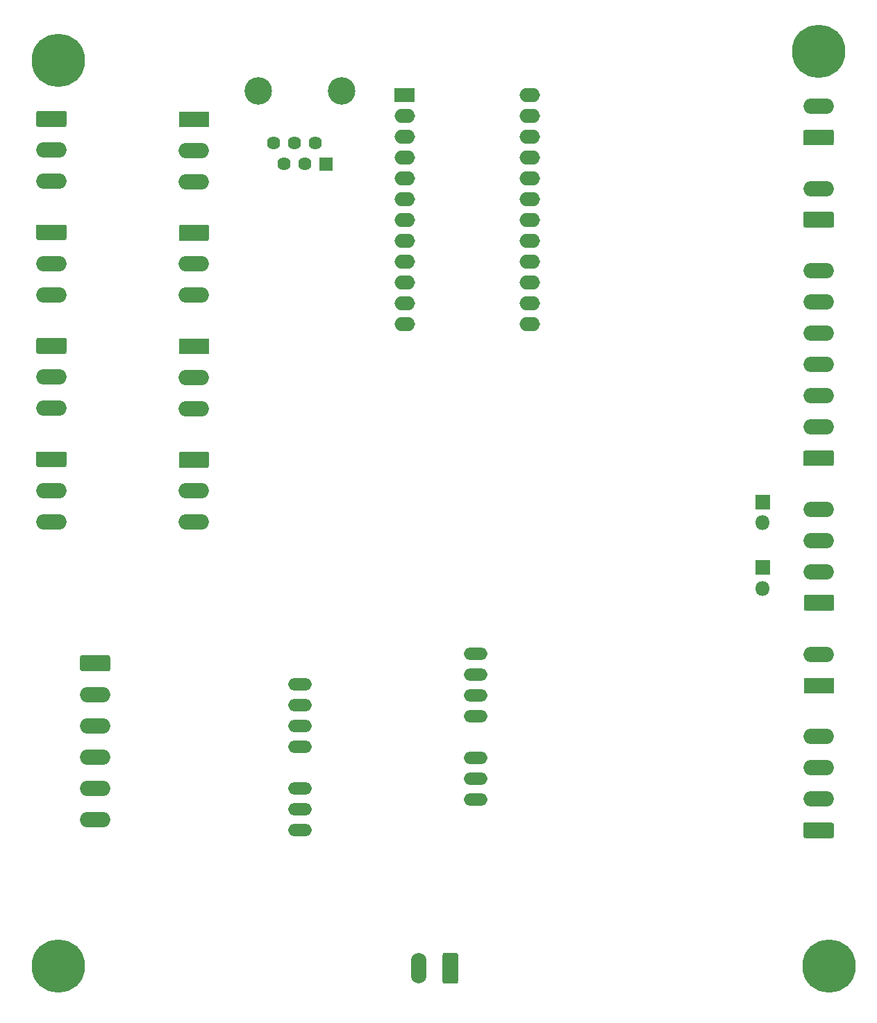
<source format=gbr>
G04 #@! TF.GenerationSoftware,KiCad,Pcbnew,(5.1.9)-1*
G04 #@! TF.CreationDate,2021-05-11T09:04:57+02:00*
G04 #@! TF.ProjectId,SIOMv01,53494f4d-7630-4312-9e6b-696361645f70,rev?*
G04 #@! TF.SameCoordinates,Original*
G04 #@! TF.FileFunction,Soldermask,Bot*
G04 #@! TF.FilePolarity,Negative*
%FSLAX46Y46*%
G04 Gerber Fmt 4.6, Leading zero omitted, Abs format (unit mm)*
G04 Created by KiCad (PCBNEW (5.1.9)-1) date 2021-05-11 09:04:57*
%MOMM*%
%LPD*%
G01*
G04 APERTURE LIST*
%ADD10O,2.502000X1.702000*%
%ADD11O,3.702000X1.902000*%
%ADD12O,1.902000X3.702000*%
%ADD13O,2.896000X1.499000*%
%ADD14O,1.802000X1.802000*%
%ADD15C,3.352000*%
%ADD16C,1.622000*%
%ADD17C,0.902000*%
%ADD18C,6.502000*%
%ADD19C,0.100000*%
G04 APERTURE END LIST*
D10*
X80276000Y-68959000D03*
X65036000Y-96899000D03*
X80276000Y-71499000D03*
X65036000Y-94359000D03*
X80276000Y-74039000D03*
X65036000Y-91819000D03*
X80276000Y-76579000D03*
X65036000Y-89279000D03*
X80276000Y-79119000D03*
X65036000Y-86739000D03*
X80276000Y-81659000D03*
X65036000Y-84199000D03*
X80276000Y-84199000D03*
X65036000Y-81659000D03*
X80276000Y-86739000D03*
X65036000Y-79119000D03*
X80276000Y-89279000D03*
X65036000Y-76579000D03*
X80276000Y-91819000D03*
X65036000Y-74039000D03*
X80276000Y-94359000D03*
X65036000Y-71499000D03*
X80276000Y-96899000D03*
G36*
G01*
X63785000Y-69759000D02*
X63785000Y-68159000D01*
G75*
G02*
X63836000Y-68108000I51000J0D01*
G01*
X66236000Y-68108000D01*
G75*
G02*
X66287000Y-68159000I0J-51000D01*
G01*
X66287000Y-69759000D01*
G75*
G02*
X66236000Y-69810000I-51000J0D01*
G01*
X63836000Y-69810000D01*
G75*
G02*
X63785000Y-69759000I0J51000D01*
G01*
G37*
D11*
X115570000Y-137223500D03*
G36*
G01*
X117156834Y-141984500D02*
X113983166Y-141984500D01*
G75*
G02*
X113719000Y-141720334I0J264166D01*
G01*
X113719000Y-140346666D01*
G75*
G02*
X113983166Y-140082500I264166J0D01*
G01*
X117156834Y-140082500D01*
G75*
G02*
X117421000Y-140346666I0J-264166D01*
G01*
X117421000Y-141720334D01*
G75*
G02*
X117156834Y-141984500I-264166J0D01*
G01*
G37*
X115506500Y-147256500D03*
X115506500Y-151066500D03*
X115506500Y-154876500D03*
G36*
G01*
X117093334Y-159637500D02*
X113919666Y-159637500D01*
G75*
G02*
X113655500Y-159373334I0J264166D01*
G01*
X113655500Y-157999666D01*
G75*
G02*
X113919666Y-157735500I264166J0D01*
G01*
X117093334Y-157735500D01*
G75*
G02*
X117357500Y-157999666I0J-264166D01*
G01*
X117357500Y-159373334D01*
G75*
G02*
X117093334Y-159637500I-264166J0D01*
G01*
G37*
X39370000Y-93408500D03*
X39370000Y-89598500D03*
G36*
G01*
X37783166Y-84837500D02*
X40956834Y-84837500D01*
G75*
G02*
X41221000Y-85101666I0J-264166D01*
G01*
X41221000Y-86475334D01*
G75*
G02*
X40956834Y-86739500I-264166J0D01*
G01*
X37783166Y-86739500D01*
G75*
G02*
X37519000Y-86475334I0J264166D01*
G01*
X37519000Y-85101666D01*
G75*
G02*
X37783166Y-84837500I264166J0D01*
G01*
G37*
X21958300Y-79514700D03*
X21958300Y-75704700D03*
G36*
G01*
X20371466Y-70943700D02*
X23545134Y-70943700D01*
G75*
G02*
X23809300Y-71207866I0J-264166D01*
G01*
X23809300Y-72581534D01*
G75*
G02*
X23545134Y-72845700I-264166J0D01*
G01*
X20371466Y-72845700D01*
G75*
G02*
X20107300Y-72581534I0J264166D01*
G01*
X20107300Y-71207866D01*
G75*
G02*
X20371466Y-70943700I264166J0D01*
G01*
G37*
D12*
X66802000Y-175514000D03*
G36*
G01*
X71563000Y-173927166D02*
X71563000Y-177100834D01*
G75*
G02*
X71298834Y-177365000I-264166J0D01*
G01*
X69925166Y-177365000D01*
G75*
G02*
X69661000Y-177100834I0J264166D01*
G01*
X69661000Y-173927166D01*
G75*
G02*
X69925166Y-173663000I264166J0D01*
G01*
X71298834Y-173663000D01*
G75*
G02*
X71563000Y-173927166I0J-264166D01*
G01*
G37*
D11*
X115506500Y-90424000D03*
X115506500Y-94234000D03*
X115506500Y-98044000D03*
X115506500Y-101854000D03*
X115506500Y-105664000D03*
X115506500Y-109474000D03*
G36*
G01*
X117093334Y-114235000D02*
X113919666Y-114235000D01*
G75*
G02*
X113655500Y-113970834I0J264166D01*
G01*
X113655500Y-112597166D01*
G75*
G02*
X113919666Y-112333000I264166J0D01*
G01*
X117093334Y-112333000D01*
G75*
G02*
X117357500Y-112597166I0J-264166D01*
G01*
X117357500Y-113970834D01*
G75*
G02*
X117093334Y-114235000I-264166J0D01*
G01*
G37*
X115570000Y-119507000D03*
X115570000Y-123317000D03*
X115570000Y-127127000D03*
G36*
G01*
X117156834Y-131888000D02*
X113983166Y-131888000D01*
G75*
G02*
X113719000Y-131623834I0J264166D01*
G01*
X113719000Y-130250166D01*
G75*
G02*
X113983166Y-129986000I264166J0D01*
G01*
X117156834Y-129986000D01*
G75*
G02*
X117421000Y-130250166I0J-264166D01*
G01*
X117421000Y-131623834D01*
G75*
G02*
X117156834Y-131888000I-264166J0D01*
G01*
G37*
X115506500Y-80391000D03*
G36*
G01*
X117093334Y-85152000D02*
X113919666Y-85152000D01*
G75*
G02*
X113655500Y-84887834I0J264166D01*
G01*
X113655500Y-83514166D01*
G75*
G02*
X113919666Y-83250000I264166J0D01*
G01*
X117093334Y-83250000D01*
G75*
G02*
X117357500Y-83514166I0J-264166D01*
G01*
X117357500Y-84887834D01*
G75*
G02*
X117093334Y-85152000I-264166J0D01*
G01*
G37*
X115506500Y-70358000D03*
G36*
G01*
X117093334Y-75119000D02*
X113919666Y-75119000D01*
G75*
G02*
X113655500Y-74854834I0J264166D01*
G01*
X113655500Y-73481166D01*
G75*
G02*
X113919666Y-73217000I264166J0D01*
G01*
X117093334Y-73217000D01*
G75*
G02*
X117357500Y-73481166I0J-264166D01*
G01*
X117357500Y-74854834D01*
G75*
G02*
X117093334Y-75119000I-264166J0D01*
G01*
G37*
X27305000Y-157353000D03*
X27305000Y-153543000D03*
X27305000Y-149733000D03*
X27305000Y-145923000D03*
X27305000Y-142113000D03*
G36*
G01*
X25718166Y-137352000D02*
X28891834Y-137352000D01*
G75*
G02*
X29156000Y-137616166I0J-264166D01*
G01*
X29156000Y-138989834D01*
G75*
G02*
X28891834Y-139254000I-264166J0D01*
G01*
X25718166Y-139254000D01*
G75*
G02*
X25454000Y-138989834I0J264166D01*
G01*
X25454000Y-137616166D01*
G75*
G02*
X25718166Y-137352000I264166J0D01*
G01*
G37*
X21958300Y-93357700D03*
X21958300Y-89547700D03*
G36*
G01*
X20371466Y-84786700D02*
X23545134Y-84786700D01*
G75*
G02*
X23809300Y-85050866I0J-264166D01*
G01*
X23809300Y-86424534D01*
G75*
G02*
X23545134Y-86688700I-264166J0D01*
G01*
X20371466Y-86688700D01*
G75*
G02*
X20107300Y-86424534I0J264166D01*
G01*
X20107300Y-85050866D01*
G75*
G02*
X20371466Y-84786700I264166J0D01*
G01*
G37*
X21958300Y-107200700D03*
X21958300Y-103390700D03*
G36*
G01*
X20371466Y-98629700D02*
X23545134Y-98629700D01*
G75*
G02*
X23809300Y-98893866I0J-264166D01*
G01*
X23809300Y-100267534D01*
G75*
G02*
X23545134Y-100531700I-264166J0D01*
G01*
X20371466Y-100531700D01*
G75*
G02*
X20107300Y-100267534I0J264166D01*
G01*
X20107300Y-98893866D01*
G75*
G02*
X20371466Y-98629700I264166J0D01*
G01*
G37*
X21958300Y-121043700D03*
X21958300Y-117233700D03*
G36*
G01*
X20371466Y-112472700D02*
X23545134Y-112472700D01*
G75*
G02*
X23809300Y-112736866I0J-264166D01*
G01*
X23809300Y-114110534D01*
G75*
G02*
X23545134Y-114374700I-264166J0D01*
G01*
X20371466Y-114374700D01*
G75*
G02*
X20107300Y-114110534I0J264166D01*
G01*
X20107300Y-112736866D01*
G75*
G02*
X20371466Y-112472700I264166J0D01*
G01*
G37*
X39370000Y-79565500D03*
X39370000Y-75755500D03*
G36*
G01*
X37783166Y-70994500D02*
X40956834Y-70994500D01*
G75*
G02*
X41221000Y-71258666I0J-264166D01*
G01*
X41221000Y-72632334D01*
G75*
G02*
X40956834Y-72896500I-264166J0D01*
G01*
X37783166Y-72896500D01*
G75*
G02*
X37519000Y-72632334I0J264166D01*
G01*
X37519000Y-71258666D01*
G75*
G02*
X37783166Y-70994500I264166J0D01*
G01*
G37*
X39370000Y-107251500D03*
X39370000Y-103441500D03*
G36*
G01*
X37783166Y-98680500D02*
X40956834Y-98680500D01*
G75*
G02*
X41221000Y-98944666I0J-264166D01*
G01*
X41221000Y-100318334D01*
G75*
G02*
X40956834Y-100582500I-264166J0D01*
G01*
X37783166Y-100582500D01*
G75*
G02*
X37519000Y-100318334I0J264166D01*
G01*
X37519000Y-98944666D01*
G75*
G02*
X37783166Y-98680500I264166J0D01*
G01*
G37*
X39370000Y-121094500D03*
X39370000Y-117284500D03*
G36*
G01*
X37783166Y-112523500D02*
X40956834Y-112523500D01*
G75*
G02*
X41221000Y-112787666I0J-264166D01*
G01*
X41221000Y-114161334D01*
G75*
G02*
X40956834Y-114425500I-264166J0D01*
G01*
X37783166Y-114425500D01*
G75*
G02*
X37519000Y-114161334I0J264166D01*
G01*
X37519000Y-112787666D01*
G75*
G02*
X37783166Y-112523500I264166J0D01*
G01*
G37*
D13*
X73723500Y-137160000D03*
X73723500Y-139700000D03*
X73723500Y-142240000D03*
X73723500Y-144780000D03*
X73723500Y-154940000D03*
X73723500Y-152400000D03*
X73723500Y-149860000D03*
X52260500Y-140906500D03*
X52260500Y-143446500D03*
X52260500Y-145986500D03*
X52260500Y-148526500D03*
X52260500Y-158686500D03*
X52260500Y-156146500D03*
X52260500Y-153606500D03*
D14*
X108712000Y-121158000D03*
G36*
G01*
X107811000Y-119468000D02*
X107811000Y-117768000D01*
G75*
G02*
X107862000Y-117717000I51000J0D01*
G01*
X109562000Y-117717000D01*
G75*
G02*
X109613000Y-117768000I0J-51000D01*
G01*
X109613000Y-119468000D01*
G75*
G02*
X109562000Y-119519000I-51000J0D01*
G01*
X107862000Y-119519000D01*
G75*
G02*
X107811000Y-119468000I0J51000D01*
G01*
G37*
X108712000Y-129159000D03*
G36*
G01*
X107811000Y-127469000D02*
X107811000Y-125769000D01*
G75*
G02*
X107862000Y-125718000I51000J0D01*
G01*
X109562000Y-125718000D01*
G75*
G02*
X109613000Y-125769000I0J-51000D01*
G01*
X109613000Y-127469000D01*
G75*
G02*
X109562000Y-127520000I-51000J0D01*
G01*
X107862000Y-127520000D01*
G75*
G02*
X107811000Y-127469000I0J51000D01*
G01*
G37*
G36*
G01*
X56246500Y-76646499D02*
X56246500Y-78166501D01*
G75*
G02*
X56195501Y-78217500I-50999J0D01*
G01*
X54675499Y-78217500D01*
G75*
G02*
X54624500Y-78166501I0J50999D01*
G01*
X54624500Y-76646499D01*
G75*
G02*
X54675499Y-76595500I50999J0D01*
G01*
X56195501Y-76595500D01*
G75*
G02*
X56246500Y-76646499I0J-50999D01*
G01*
G37*
D15*
X57345500Y-68516500D03*
D16*
X54165500Y-74866500D03*
X52895500Y-77406500D03*
X51625500Y-74866500D03*
X50355500Y-77406500D03*
X49085500Y-74866500D03*
D15*
X47185500Y-68516500D03*
D17*
X117203556Y-61929944D03*
X115506500Y-61227000D03*
X113809444Y-61929944D03*
X113106500Y-63627000D03*
X113809444Y-65324056D03*
X115506500Y-66027000D03*
X117203556Y-65324056D03*
X117906500Y-63627000D03*
D18*
X115506500Y-63627000D03*
D17*
X118537056Y-173562944D03*
X116840000Y-172860000D03*
X115142944Y-173562944D03*
X114440000Y-175260000D03*
X115142944Y-176957056D03*
X116840000Y-177660000D03*
X118537056Y-176957056D03*
X119240000Y-175260000D03*
D18*
X116840000Y-175260000D03*
D17*
X24557056Y-63072944D03*
X22860000Y-62370000D03*
X21162944Y-63072944D03*
X20460000Y-64770000D03*
X21162944Y-66467056D03*
X22860000Y-67170000D03*
X24557056Y-66467056D03*
X25260000Y-64770000D03*
D18*
X22860000Y-64770000D03*
D17*
X24557056Y-173562944D03*
X22860000Y-172860000D03*
X21162944Y-173562944D03*
X20460000Y-175260000D03*
X21162944Y-176957056D03*
X22860000Y-177660000D03*
X24557056Y-176957056D03*
X25260000Y-175260000D03*
D18*
X22860000Y-175260000D03*
D19*
G36*
X71564165Y-177099208D02*
G01*
X71565000Y-177100834D01*
X71565000Y-177184971D01*
X71564990Y-177185167D01*
X71561056Y-177225111D01*
X71560980Y-177225496D01*
X71551119Y-177258005D01*
X71550969Y-177258367D01*
X71534955Y-177288325D01*
X71534737Y-177288651D01*
X71513187Y-177314910D01*
X71512910Y-177315187D01*
X71486651Y-177336737D01*
X71486325Y-177336955D01*
X71456367Y-177352969D01*
X71456005Y-177353119D01*
X71423496Y-177362980D01*
X71423111Y-177363056D01*
X71383167Y-177366990D01*
X71382971Y-177367000D01*
X71298834Y-177367000D01*
X71297102Y-177366000D01*
X71297102Y-177364000D01*
X71298638Y-177363010D01*
X71349975Y-177357954D01*
X71399157Y-177343035D01*
X71444481Y-177318809D01*
X71484207Y-177286207D01*
X71516809Y-177246481D01*
X71541035Y-177201157D01*
X71555954Y-177151975D01*
X71561010Y-177100638D01*
X71562175Y-177099012D01*
X71564165Y-177099208D01*
G37*
G36*
X69662990Y-177100638D02*
G01*
X69668046Y-177151975D01*
X69682965Y-177201157D01*
X69707191Y-177246481D01*
X69739793Y-177286207D01*
X69779519Y-177318809D01*
X69824843Y-177343035D01*
X69874025Y-177357954D01*
X69925362Y-177363010D01*
X69926988Y-177364175D01*
X69926792Y-177366165D01*
X69925166Y-177367000D01*
X69841029Y-177367000D01*
X69840833Y-177366990D01*
X69800889Y-177363056D01*
X69800504Y-177362980D01*
X69767995Y-177353119D01*
X69767633Y-177352969D01*
X69737675Y-177336955D01*
X69737349Y-177336737D01*
X69711090Y-177315187D01*
X69710813Y-177314910D01*
X69689263Y-177288651D01*
X69689045Y-177288325D01*
X69673031Y-177258367D01*
X69672881Y-177258005D01*
X69663020Y-177225496D01*
X69662944Y-177225111D01*
X69659010Y-177185167D01*
X69659000Y-177184971D01*
X69659000Y-177100834D01*
X69660000Y-177099102D01*
X69662000Y-177099102D01*
X69662990Y-177100638D01*
G37*
G36*
X69926898Y-173662000D02*
G01*
X69926898Y-173664000D01*
X69925362Y-173664990D01*
X69874025Y-173670046D01*
X69824843Y-173684965D01*
X69779519Y-173709191D01*
X69739793Y-173741793D01*
X69707191Y-173781519D01*
X69682965Y-173826843D01*
X69668046Y-173876025D01*
X69662990Y-173927362D01*
X69661825Y-173928988D01*
X69659835Y-173928792D01*
X69659000Y-173927166D01*
X69659000Y-173843029D01*
X69659010Y-173842833D01*
X69662944Y-173802889D01*
X69663020Y-173802504D01*
X69672881Y-173769995D01*
X69673031Y-173769633D01*
X69689045Y-173739675D01*
X69689263Y-173739349D01*
X69710813Y-173713090D01*
X69711090Y-173712813D01*
X69737349Y-173691263D01*
X69737675Y-173691045D01*
X69767633Y-173675031D01*
X69767995Y-173674881D01*
X69800504Y-173665020D01*
X69800889Y-173664944D01*
X69840833Y-173661010D01*
X69841029Y-173661000D01*
X69925166Y-173661000D01*
X69926898Y-173662000D01*
G37*
G36*
X71383167Y-173661010D02*
G01*
X71423111Y-173664944D01*
X71423496Y-173665020D01*
X71456005Y-173674881D01*
X71456367Y-173675031D01*
X71486325Y-173691045D01*
X71486651Y-173691263D01*
X71512910Y-173712813D01*
X71513187Y-173713090D01*
X71534737Y-173739349D01*
X71534955Y-173739675D01*
X71550969Y-173769633D01*
X71551119Y-173769995D01*
X71560980Y-173802504D01*
X71561056Y-173802889D01*
X71564990Y-173842833D01*
X71565000Y-173843029D01*
X71565000Y-173927166D01*
X71564000Y-173928898D01*
X71562000Y-173928898D01*
X71561010Y-173927362D01*
X71555954Y-173876025D01*
X71541035Y-173826843D01*
X71516809Y-173781519D01*
X71484207Y-173741793D01*
X71444481Y-173709191D01*
X71399157Y-173684965D01*
X71349975Y-173670046D01*
X71298638Y-173664990D01*
X71297012Y-173663825D01*
X71297208Y-173661835D01*
X71298834Y-173661000D01*
X71382971Y-173661000D01*
X71383167Y-173661010D01*
G37*
G36*
X113657490Y-159373138D02*
G01*
X113662546Y-159424475D01*
X113677465Y-159473657D01*
X113701691Y-159518981D01*
X113734293Y-159558707D01*
X113774019Y-159591309D01*
X113819343Y-159615535D01*
X113868525Y-159630454D01*
X113919862Y-159635510D01*
X113921488Y-159636675D01*
X113921292Y-159638665D01*
X113919666Y-159639500D01*
X113835529Y-159639500D01*
X113835333Y-159639490D01*
X113795389Y-159635556D01*
X113795004Y-159635480D01*
X113762495Y-159625619D01*
X113762133Y-159625469D01*
X113732175Y-159609455D01*
X113731849Y-159609237D01*
X113705590Y-159587687D01*
X113705313Y-159587410D01*
X113683763Y-159561151D01*
X113683545Y-159560825D01*
X113667531Y-159530867D01*
X113667381Y-159530505D01*
X113657520Y-159497996D01*
X113657444Y-159497611D01*
X113653510Y-159457667D01*
X113653500Y-159457471D01*
X113653500Y-159373334D01*
X113654500Y-159371602D01*
X113656500Y-159371602D01*
X113657490Y-159373138D01*
G37*
G36*
X117358665Y-159371708D02*
G01*
X117359500Y-159373334D01*
X117359500Y-159457471D01*
X117359490Y-159457667D01*
X117355556Y-159497611D01*
X117355480Y-159497996D01*
X117345619Y-159530505D01*
X117345469Y-159530867D01*
X117329455Y-159560825D01*
X117329237Y-159561151D01*
X117307687Y-159587410D01*
X117307410Y-159587687D01*
X117281151Y-159609237D01*
X117280825Y-159609455D01*
X117250867Y-159625469D01*
X117250505Y-159625619D01*
X117217996Y-159635480D01*
X117217611Y-159635556D01*
X117177667Y-159639490D01*
X117177471Y-159639500D01*
X117093334Y-159639500D01*
X117091602Y-159638500D01*
X117091602Y-159636500D01*
X117093138Y-159635510D01*
X117144475Y-159630454D01*
X117193657Y-159615535D01*
X117238981Y-159591309D01*
X117278707Y-159558707D01*
X117311309Y-159518981D01*
X117335535Y-159473657D01*
X117350454Y-159424475D01*
X117355510Y-159373138D01*
X117356675Y-159371512D01*
X117358665Y-159371708D01*
G37*
G36*
X113921398Y-157734500D02*
G01*
X113921398Y-157736500D01*
X113919862Y-157737490D01*
X113868525Y-157742546D01*
X113819343Y-157757465D01*
X113774019Y-157781691D01*
X113734293Y-157814293D01*
X113701691Y-157854019D01*
X113677465Y-157899343D01*
X113662546Y-157948525D01*
X113657490Y-157999862D01*
X113656325Y-158001488D01*
X113654335Y-158001292D01*
X113653500Y-157999666D01*
X113653500Y-157915529D01*
X113653510Y-157915333D01*
X113657444Y-157875389D01*
X113657520Y-157875004D01*
X113667381Y-157842495D01*
X113667531Y-157842133D01*
X113683545Y-157812175D01*
X113683763Y-157811849D01*
X113705313Y-157785590D01*
X113705590Y-157785313D01*
X113731849Y-157763763D01*
X113732175Y-157763545D01*
X113762133Y-157747531D01*
X113762495Y-157747381D01*
X113795004Y-157737520D01*
X113795389Y-157737444D01*
X113835333Y-157733510D01*
X113835529Y-157733500D01*
X113919666Y-157733500D01*
X113921398Y-157734500D01*
G37*
G36*
X117177667Y-157733510D02*
G01*
X117217611Y-157737444D01*
X117217996Y-157737520D01*
X117250505Y-157747381D01*
X117250867Y-157747531D01*
X117280825Y-157763545D01*
X117281151Y-157763763D01*
X117307410Y-157785313D01*
X117307687Y-157785590D01*
X117329237Y-157811849D01*
X117329455Y-157812175D01*
X117345469Y-157842133D01*
X117345619Y-157842495D01*
X117355480Y-157875004D01*
X117355556Y-157875389D01*
X117359490Y-157915333D01*
X117359500Y-157915529D01*
X117359500Y-157999666D01*
X117358500Y-158001398D01*
X117356500Y-158001398D01*
X117355510Y-157999862D01*
X117350454Y-157948525D01*
X117335535Y-157899343D01*
X117311309Y-157854019D01*
X117278707Y-157814293D01*
X117238981Y-157781691D01*
X117193657Y-157757465D01*
X117144475Y-157742546D01*
X117093138Y-157737490D01*
X117091512Y-157736325D01*
X117091708Y-157734335D01*
X117093334Y-157733500D01*
X117177471Y-157733500D01*
X117177667Y-157733510D01*
G37*
G36*
X117422165Y-141718708D02*
G01*
X117423000Y-141720334D01*
X117423000Y-141804471D01*
X117422990Y-141804667D01*
X117419056Y-141844611D01*
X117418980Y-141844996D01*
X117409119Y-141877505D01*
X117408969Y-141877867D01*
X117392955Y-141907825D01*
X117392737Y-141908151D01*
X117371187Y-141934410D01*
X117370910Y-141934687D01*
X117344651Y-141956237D01*
X117344325Y-141956455D01*
X117314367Y-141972469D01*
X117314005Y-141972619D01*
X117281496Y-141982480D01*
X117281111Y-141982556D01*
X117241167Y-141986490D01*
X117240971Y-141986500D01*
X117156834Y-141986500D01*
X117155102Y-141985500D01*
X117155102Y-141983500D01*
X117156638Y-141982510D01*
X117207975Y-141977454D01*
X117257157Y-141962535D01*
X117302481Y-141938309D01*
X117342207Y-141905707D01*
X117374809Y-141865981D01*
X117399035Y-141820657D01*
X117413954Y-141771475D01*
X117419010Y-141720138D01*
X117420175Y-141718512D01*
X117422165Y-141718708D01*
G37*
G36*
X113720990Y-141720138D02*
G01*
X113726046Y-141771475D01*
X113740965Y-141820657D01*
X113765191Y-141865981D01*
X113797793Y-141905707D01*
X113837519Y-141938309D01*
X113882843Y-141962535D01*
X113932025Y-141977454D01*
X113983362Y-141982510D01*
X113984988Y-141983675D01*
X113984792Y-141985665D01*
X113983166Y-141986500D01*
X113899029Y-141986500D01*
X113898833Y-141986490D01*
X113858889Y-141982556D01*
X113858504Y-141982480D01*
X113825995Y-141972619D01*
X113825633Y-141972469D01*
X113795675Y-141956455D01*
X113795349Y-141956237D01*
X113769090Y-141934687D01*
X113768813Y-141934410D01*
X113747263Y-141908151D01*
X113747045Y-141907825D01*
X113731031Y-141877867D01*
X113730881Y-141877505D01*
X113721020Y-141844996D01*
X113720944Y-141844611D01*
X113717010Y-141804667D01*
X113717000Y-141804471D01*
X113717000Y-141720334D01*
X113718000Y-141718602D01*
X113720000Y-141718602D01*
X113720990Y-141720138D01*
G37*
G36*
X113984898Y-140081500D02*
G01*
X113984898Y-140083500D01*
X113983362Y-140084490D01*
X113932025Y-140089546D01*
X113882843Y-140104465D01*
X113837519Y-140128691D01*
X113797793Y-140161293D01*
X113765191Y-140201019D01*
X113740965Y-140246343D01*
X113726046Y-140295525D01*
X113720990Y-140346862D01*
X113719825Y-140348488D01*
X113717835Y-140348292D01*
X113717000Y-140346666D01*
X113717000Y-140262529D01*
X113717010Y-140262333D01*
X113720944Y-140222389D01*
X113721020Y-140222004D01*
X113730881Y-140189495D01*
X113731031Y-140189133D01*
X113747045Y-140159175D01*
X113747263Y-140158849D01*
X113768813Y-140132590D01*
X113769090Y-140132313D01*
X113795349Y-140110763D01*
X113795675Y-140110545D01*
X113825633Y-140094531D01*
X113825995Y-140094381D01*
X113858504Y-140084520D01*
X113858889Y-140084444D01*
X113898833Y-140080510D01*
X113899029Y-140080500D01*
X113983166Y-140080500D01*
X113984898Y-140081500D01*
G37*
G36*
X117241167Y-140080510D02*
G01*
X117281111Y-140084444D01*
X117281496Y-140084520D01*
X117314005Y-140094381D01*
X117314367Y-140094531D01*
X117344325Y-140110545D01*
X117344651Y-140110763D01*
X117370910Y-140132313D01*
X117371187Y-140132590D01*
X117392737Y-140158849D01*
X117392955Y-140159175D01*
X117408969Y-140189133D01*
X117409119Y-140189495D01*
X117418980Y-140222004D01*
X117419056Y-140222389D01*
X117422990Y-140262333D01*
X117423000Y-140262529D01*
X117423000Y-140346666D01*
X117422000Y-140348398D01*
X117420000Y-140348398D01*
X117419010Y-140346862D01*
X117413954Y-140295525D01*
X117399035Y-140246343D01*
X117374809Y-140201019D01*
X117342207Y-140161293D01*
X117302481Y-140128691D01*
X117257157Y-140104465D01*
X117207975Y-140089546D01*
X117156638Y-140084490D01*
X117155012Y-140083325D01*
X117155208Y-140081335D01*
X117156834Y-140080500D01*
X117240971Y-140080500D01*
X117241167Y-140080510D01*
G37*
G36*
X29157165Y-138988208D02*
G01*
X29158000Y-138989834D01*
X29158000Y-139073971D01*
X29157990Y-139074167D01*
X29154056Y-139114111D01*
X29153980Y-139114496D01*
X29144119Y-139147005D01*
X29143969Y-139147367D01*
X29127955Y-139177325D01*
X29127737Y-139177651D01*
X29106187Y-139203910D01*
X29105910Y-139204187D01*
X29079651Y-139225737D01*
X29079325Y-139225955D01*
X29049367Y-139241969D01*
X29049005Y-139242119D01*
X29016496Y-139251980D01*
X29016111Y-139252056D01*
X28976167Y-139255990D01*
X28975971Y-139256000D01*
X28891834Y-139256000D01*
X28890102Y-139255000D01*
X28890102Y-139253000D01*
X28891638Y-139252010D01*
X28942975Y-139246954D01*
X28992157Y-139232035D01*
X29037481Y-139207809D01*
X29077207Y-139175207D01*
X29109809Y-139135481D01*
X29134035Y-139090157D01*
X29148954Y-139040975D01*
X29154010Y-138989638D01*
X29155175Y-138988012D01*
X29157165Y-138988208D01*
G37*
G36*
X25455990Y-138989638D02*
G01*
X25461046Y-139040975D01*
X25475965Y-139090157D01*
X25500191Y-139135481D01*
X25532793Y-139175207D01*
X25572519Y-139207809D01*
X25617843Y-139232035D01*
X25667025Y-139246954D01*
X25718362Y-139252010D01*
X25719988Y-139253175D01*
X25719792Y-139255165D01*
X25718166Y-139256000D01*
X25634029Y-139256000D01*
X25633833Y-139255990D01*
X25593889Y-139252056D01*
X25593504Y-139251980D01*
X25560995Y-139242119D01*
X25560633Y-139241969D01*
X25530675Y-139225955D01*
X25530349Y-139225737D01*
X25504090Y-139204187D01*
X25503813Y-139203910D01*
X25482263Y-139177651D01*
X25482045Y-139177325D01*
X25466031Y-139147367D01*
X25465881Y-139147005D01*
X25456020Y-139114496D01*
X25455944Y-139114111D01*
X25452010Y-139074167D01*
X25452000Y-139073971D01*
X25452000Y-138989834D01*
X25453000Y-138988102D01*
X25455000Y-138988102D01*
X25455990Y-138989638D01*
G37*
G36*
X25719898Y-137351000D02*
G01*
X25719898Y-137353000D01*
X25718362Y-137353990D01*
X25667025Y-137359046D01*
X25617843Y-137373965D01*
X25572519Y-137398191D01*
X25532793Y-137430793D01*
X25500191Y-137470519D01*
X25475965Y-137515843D01*
X25461046Y-137565025D01*
X25455990Y-137616362D01*
X25454825Y-137617988D01*
X25452835Y-137617792D01*
X25452000Y-137616166D01*
X25452000Y-137532029D01*
X25452010Y-137531833D01*
X25455944Y-137491889D01*
X25456020Y-137491504D01*
X25465881Y-137458995D01*
X25466031Y-137458633D01*
X25482045Y-137428675D01*
X25482263Y-137428349D01*
X25503813Y-137402090D01*
X25504090Y-137401813D01*
X25530349Y-137380263D01*
X25530675Y-137380045D01*
X25560633Y-137364031D01*
X25560995Y-137363881D01*
X25593504Y-137354020D01*
X25593889Y-137353944D01*
X25633833Y-137350010D01*
X25634029Y-137350000D01*
X25718166Y-137350000D01*
X25719898Y-137351000D01*
G37*
G36*
X28976167Y-137350010D02*
G01*
X29016111Y-137353944D01*
X29016496Y-137354020D01*
X29049005Y-137363881D01*
X29049367Y-137364031D01*
X29079325Y-137380045D01*
X29079651Y-137380263D01*
X29105910Y-137401813D01*
X29106187Y-137402090D01*
X29127737Y-137428349D01*
X29127955Y-137428675D01*
X29143969Y-137458633D01*
X29144119Y-137458995D01*
X29153980Y-137491504D01*
X29154056Y-137491889D01*
X29157990Y-137531833D01*
X29158000Y-137532029D01*
X29158000Y-137616166D01*
X29157000Y-137617898D01*
X29155000Y-137617898D01*
X29154010Y-137616362D01*
X29148954Y-137565025D01*
X29134035Y-137515843D01*
X29109809Y-137470519D01*
X29077207Y-137430793D01*
X29037481Y-137398191D01*
X28992157Y-137373965D01*
X28942975Y-137359046D01*
X28891638Y-137353990D01*
X28890012Y-137352825D01*
X28890208Y-137350835D01*
X28891834Y-137350000D01*
X28975971Y-137350000D01*
X28976167Y-137350010D01*
G37*
G36*
X117422165Y-131622208D02*
G01*
X117423000Y-131623834D01*
X117423000Y-131707971D01*
X117422990Y-131708167D01*
X117419056Y-131748111D01*
X117418980Y-131748496D01*
X117409119Y-131781005D01*
X117408969Y-131781367D01*
X117392955Y-131811325D01*
X117392737Y-131811651D01*
X117371187Y-131837910D01*
X117370910Y-131838187D01*
X117344651Y-131859737D01*
X117344325Y-131859955D01*
X117314367Y-131875969D01*
X117314005Y-131876119D01*
X117281496Y-131885980D01*
X117281111Y-131886056D01*
X117241167Y-131889990D01*
X117240971Y-131890000D01*
X117156834Y-131890000D01*
X117155102Y-131889000D01*
X117155102Y-131887000D01*
X117156638Y-131886010D01*
X117207975Y-131880954D01*
X117257157Y-131866035D01*
X117302481Y-131841809D01*
X117342207Y-131809207D01*
X117374809Y-131769481D01*
X117399035Y-131724157D01*
X117413954Y-131674975D01*
X117419010Y-131623638D01*
X117420175Y-131622012D01*
X117422165Y-131622208D01*
G37*
G36*
X113720990Y-131623638D02*
G01*
X113726046Y-131674975D01*
X113740965Y-131724157D01*
X113765191Y-131769481D01*
X113797793Y-131809207D01*
X113837519Y-131841809D01*
X113882843Y-131866035D01*
X113932025Y-131880954D01*
X113983362Y-131886010D01*
X113984988Y-131887175D01*
X113984792Y-131889165D01*
X113983166Y-131890000D01*
X113899029Y-131890000D01*
X113898833Y-131889990D01*
X113858889Y-131886056D01*
X113858504Y-131885980D01*
X113825995Y-131876119D01*
X113825633Y-131875969D01*
X113795675Y-131859955D01*
X113795349Y-131859737D01*
X113769090Y-131838187D01*
X113768813Y-131837910D01*
X113747263Y-131811651D01*
X113747045Y-131811325D01*
X113731031Y-131781367D01*
X113730881Y-131781005D01*
X113721020Y-131748496D01*
X113720944Y-131748111D01*
X113717010Y-131708167D01*
X113717000Y-131707971D01*
X113717000Y-131623834D01*
X113718000Y-131622102D01*
X113720000Y-131622102D01*
X113720990Y-131623638D01*
G37*
G36*
X113984898Y-129985000D02*
G01*
X113984898Y-129987000D01*
X113983362Y-129987990D01*
X113932025Y-129993046D01*
X113882843Y-130007965D01*
X113837519Y-130032191D01*
X113797793Y-130064793D01*
X113765191Y-130104519D01*
X113740965Y-130149843D01*
X113726046Y-130199025D01*
X113720990Y-130250362D01*
X113719825Y-130251988D01*
X113717835Y-130251792D01*
X113717000Y-130250166D01*
X113717000Y-130166029D01*
X113717010Y-130165833D01*
X113720944Y-130125889D01*
X113721020Y-130125504D01*
X113730881Y-130092995D01*
X113731031Y-130092633D01*
X113747045Y-130062675D01*
X113747263Y-130062349D01*
X113768813Y-130036090D01*
X113769090Y-130035813D01*
X113795349Y-130014263D01*
X113795675Y-130014045D01*
X113825633Y-129998031D01*
X113825995Y-129997881D01*
X113858504Y-129988020D01*
X113858889Y-129987944D01*
X113898833Y-129984010D01*
X113899029Y-129984000D01*
X113983166Y-129984000D01*
X113984898Y-129985000D01*
G37*
G36*
X117241167Y-129984010D02*
G01*
X117281111Y-129987944D01*
X117281496Y-129988020D01*
X117314005Y-129997881D01*
X117314367Y-129998031D01*
X117344325Y-130014045D01*
X117344651Y-130014263D01*
X117370910Y-130035813D01*
X117371187Y-130036090D01*
X117392737Y-130062349D01*
X117392955Y-130062675D01*
X117408969Y-130092633D01*
X117409119Y-130092995D01*
X117418980Y-130125504D01*
X117419056Y-130125889D01*
X117422990Y-130165833D01*
X117423000Y-130166029D01*
X117423000Y-130250166D01*
X117422000Y-130251898D01*
X117420000Y-130251898D01*
X117419010Y-130250362D01*
X117413954Y-130199025D01*
X117399035Y-130149843D01*
X117374809Y-130104519D01*
X117342207Y-130064793D01*
X117302481Y-130032191D01*
X117257157Y-130007965D01*
X117207975Y-129993046D01*
X117156638Y-129987990D01*
X117155012Y-129986825D01*
X117155208Y-129984835D01*
X117156834Y-129984000D01*
X117240971Y-129984000D01*
X117241167Y-129984010D01*
G37*
G36*
X41222165Y-114159708D02*
G01*
X41223000Y-114161334D01*
X41223000Y-114245471D01*
X41222990Y-114245667D01*
X41219056Y-114285611D01*
X41218980Y-114285996D01*
X41209119Y-114318505D01*
X41208969Y-114318867D01*
X41192955Y-114348825D01*
X41192737Y-114349151D01*
X41171187Y-114375410D01*
X41170910Y-114375687D01*
X41144651Y-114397237D01*
X41144325Y-114397455D01*
X41114367Y-114413469D01*
X41114005Y-114413619D01*
X41081496Y-114423480D01*
X41081111Y-114423556D01*
X41041167Y-114427490D01*
X41040971Y-114427500D01*
X40956834Y-114427500D01*
X40955102Y-114426500D01*
X40955102Y-114424500D01*
X40956638Y-114423510D01*
X41007975Y-114418454D01*
X41057157Y-114403535D01*
X41102481Y-114379309D01*
X41142207Y-114346707D01*
X41174809Y-114306981D01*
X41199035Y-114261657D01*
X41213954Y-114212475D01*
X41219010Y-114161138D01*
X41220175Y-114159512D01*
X41222165Y-114159708D01*
G37*
G36*
X37520990Y-114161138D02*
G01*
X37526046Y-114212475D01*
X37540965Y-114261657D01*
X37565191Y-114306981D01*
X37597793Y-114346707D01*
X37637519Y-114379309D01*
X37682843Y-114403535D01*
X37732025Y-114418454D01*
X37783362Y-114423510D01*
X37784988Y-114424675D01*
X37784792Y-114426665D01*
X37783166Y-114427500D01*
X37699029Y-114427500D01*
X37698833Y-114427490D01*
X37658889Y-114423556D01*
X37658504Y-114423480D01*
X37625995Y-114413619D01*
X37625633Y-114413469D01*
X37595675Y-114397455D01*
X37595349Y-114397237D01*
X37569090Y-114375687D01*
X37568813Y-114375410D01*
X37547263Y-114349151D01*
X37547045Y-114348825D01*
X37531031Y-114318867D01*
X37530881Y-114318505D01*
X37521020Y-114285996D01*
X37520944Y-114285611D01*
X37517010Y-114245667D01*
X37517000Y-114245471D01*
X37517000Y-114161334D01*
X37518000Y-114159602D01*
X37520000Y-114159602D01*
X37520990Y-114161138D01*
G37*
G36*
X20109290Y-114110338D02*
G01*
X20114346Y-114161675D01*
X20129265Y-114210857D01*
X20153491Y-114256181D01*
X20186093Y-114295907D01*
X20225819Y-114328509D01*
X20271143Y-114352735D01*
X20320325Y-114367654D01*
X20371662Y-114372710D01*
X20373288Y-114373875D01*
X20373092Y-114375865D01*
X20371466Y-114376700D01*
X20287329Y-114376700D01*
X20287133Y-114376690D01*
X20247189Y-114372756D01*
X20246804Y-114372680D01*
X20214295Y-114362819D01*
X20213933Y-114362669D01*
X20183975Y-114346655D01*
X20183649Y-114346437D01*
X20157390Y-114324887D01*
X20157113Y-114324610D01*
X20135563Y-114298351D01*
X20135345Y-114298025D01*
X20119331Y-114268067D01*
X20119181Y-114267705D01*
X20109320Y-114235196D01*
X20109244Y-114234811D01*
X20105310Y-114194867D01*
X20105300Y-114194671D01*
X20105300Y-114110534D01*
X20106300Y-114108802D01*
X20108300Y-114108802D01*
X20109290Y-114110338D01*
G37*
G36*
X23810465Y-114108908D02*
G01*
X23811300Y-114110534D01*
X23811300Y-114194671D01*
X23811290Y-114194867D01*
X23807356Y-114234811D01*
X23807280Y-114235196D01*
X23797419Y-114267705D01*
X23797269Y-114268067D01*
X23781255Y-114298025D01*
X23781037Y-114298351D01*
X23759487Y-114324610D01*
X23759210Y-114324887D01*
X23732951Y-114346437D01*
X23732625Y-114346655D01*
X23702667Y-114362669D01*
X23702305Y-114362819D01*
X23669796Y-114372680D01*
X23669411Y-114372756D01*
X23629467Y-114376690D01*
X23629271Y-114376700D01*
X23545134Y-114376700D01*
X23543402Y-114375700D01*
X23543402Y-114373700D01*
X23544938Y-114372710D01*
X23596275Y-114367654D01*
X23645457Y-114352735D01*
X23690781Y-114328509D01*
X23730507Y-114295907D01*
X23763109Y-114256181D01*
X23787335Y-114210857D01*
X23802254Y-114161675D01*
X23807310Y-114110338D01*
X23808475Y-114108712D01*
X23810465Y-114108908D01*
G37*
G36*
X113657490Y-113970638D02*
G01*
X113662546Y-114021975D01*
X113677465Y-114071157D01*
X113701691Y-114116481D01*
X113734293Y-114156207D01*
X113774019Y-114188809D01*
X113819343Y-114213035D01*
X113868525Y-114227954D01*
X113919862Y-114233010D01*
X113921488Y-114234175D01*
X113921292Y-114236165D01*
X113919666Y-114237000D01*
X113835529Y-114237000D01*
X113835333Y-114236990D01*
X113795389Y-114233056D01*
X113795004Y-114232980D01*
X113762495Y-114223119D01*
X113762133Y-114222969D01*
X113732175Y-114206955D01*
X113731849Y-114206737D01*
X113705590Y-114185187D01*
X113705313Y-114184910D01*
X113683763Y-114158651D01*
X113683545Y-114158325D01*
X113667531Y-114128367D01*
X113667381Y-114128005D01*
X113657520Y-114095496D01*
X113657444Y-114095111D01*
X113653510Y-114055167D01*
X113653500Y-114054971D01*
X113653500Y-113970834D01*
X113654500Y-113969102D01*
X113656500Y-113969102D01*
X113657490Y-113970638D01*
G37*
G36*
X117358665Y-113969208D02*
G01*
X117359500Y-113970834D01*
X117359500Y-114054971D01*
X117359490Y-114055167D01*
X117355556Y-114095111D01*
X117355480Y-114095496D01*
X117345619Y-114128005D01*
X117345469Y-114128367D01*
X117329455Y-114158325D01*
X117329237Y-114158651D01*
X117307687Y-114184910D01*
X117307410Y-114185187D01*
X117281151Y-114206737D01*
X117280825Y-114206955D01*
X117250867Y-114222969D01*
X117250505Y-114223119D01*
X117217996Y-114232980D01*
X117217611Y-114233056D01*
X117177667Y-114236990D01*
X117177471Y-114237000D01*
X117093334Y-114237000D01*
X117091602Y-114236000D01*
X117091602Y-114234000D01*
X117093138Y-114233010D01*
X117144475Y-114227954D01*
X117193657Y-114213035D01*
X117238981Y-114188809D01*
X117278707Y-114156207D01*
X117311309Y-114116481D01*
X117335535Y-114071157D01*
X117350454Y-114021975D01*
X117355510Y-113970638D01*
X117356675Y-113969012D01*
X117358665Y-113969208D01*
G37*
G36*
X37784898Y-112522500D02*
G01*
X37784898Y-112524500D01*
X37783362Y-112525490D01*
X37732025Y-112530546D01*
X37682843Y-112545465D01*
X37637519Y-112569691D01*
X37597793Y-112602293D01*
X37565191Y-112642019D01*
X37540965Y-112687343D01*
X37526046Y-112736525D01*
X37520990Y-112787862D01*
X37519825Y-112789488D01*
X37517835Y-112789292D01*
X37517000Y-112787666D01*
X37517000Y-112703529D01*
X37517010Y-112703333D01*
X37520944Y-112663389D01*
X37521020Y-112663004D01*
X37530881Y-112630495D01*
X37531031Y-112630133D01*
X37547045Y-112600175D01*
X37547263Y-112599849D01*
X37568813Y-112573590D01*
X37569090Y-112573313D01*
X37595349Y-112551763D01*
X37595675Y-112551545D01*
X37625633Y-112535531D01*
X37625995Y-112535381D01*
X37658504Y-112525520D01*
X37658889Y-112525444D01*
X37698833Y-112521510D01*
X37699029Y-112521500D01*
X37783166Y-112521500D01*
X37784898Y-112522500D01*
G37*
G36*
X41041167Y-112521510D02*
G01*
X41081111Y-112525444D01*
X41081496Y-112525520D01*
X41114005Y-112535381D01*
X41114367Y-112535531D01*
X41144325Y-112551545D01*
X41144651Y-112551763D01*
X41170910Y-112573313D01*
X41171187Y-112573590D01*
X41192737Y-112599849D01*
X41192955Y-112600175D01*
X41208969Y-112630133D01*
X41209119Y-112630495D01*
X41218980Y-112663004D01*
X41219056Y-112663389D01*
X41222990Y-112703333D01*
X41223000Y-112703529D01*
X41223000Y-112787666D01*
X41222000Y-112789398D01*
X41220000Y-112789398D01*
X41219010Y-112787862D01*
X41213954Y-112736525D01*
X41199035Y-112687343D01*
X41174809Y-112642019D01*
X41142207Y-112602293D01*
X41102481Y-112569691D01*
X41057157Y-112545465D01*
X41007975Y-112530546D01*
X40956638Y-112525490D01*
X40955012Y-112524325D01*
X40955208Y-112522335D01*
X40956834Y-112521500D01*
X41040971Y-112521500D01*
X41041167Y-112521510D01*
G37*
G36*
X20373198Y-112471700D02*
G01*
X20373198Y-112473700D01*
X20371662Y-112474690D01*
X20320325Y-112479746D01*
X20271143Y-112494665D01*
X20225819Y-112518891D01*
X20186093Y-112551493D01*
X20153491Y-112591219D01*
X20129265Y-112636543D01*
X20114346Y-112685725D01*
X20109290Y-112737062D01*
X20108125Y-112738688D01*
X20106135Y-112738492D01*
X20105300Y-112736866D01*
X20105300Y-112652729D01*
X20105310Y-112652533D01*
X20109244Y-112612589D01*
X20109320Y-112612204D01*
X20119181Y-112579695D01*
X20119331Y-112579333D01*
X20135345Y-112549375D01*
X20135563Y-112549049D01*
X20157113Y-112522790D01*
X20157390Y-112522513D01*
X20183649Y-112500963D01*
X20183975Y-112500745D01*
X20213933Y-112484731D01*
X20214295Y-112484581D01*
X20246804Y-112474720D01*
X20247189Y-112474644D01*
X20287133Y-112470710D01*
X20287329Y-112470700D01*
X20371466Y-112470700D01*
X20373198Y-112471700D01*
G37*
G36*
X23629467Y-112470710D02*
G01*
X23669411Y-112474644D01*
X23669796Y-112474720D01*
X23702305Y-112484581D01*
X23702667Y-112484731D01*
X23732625Y-112500745D01*
X23732951Y-112500963D01*
X23759210Y-112522513D01*
X23759487Y-112522790D01*
X23781037Y-112549049D01*
X23781255Y-112549375D01*
X23797269Y-112579333D01*
X23797419Y-112579695D01*
X23807280Y-112612204D01*
X23807356Y-112612589D01*
X23811290Y-112652533D01*
X23811300Y-112652729D01*
X23811300Y-112736866D01*
X23810300Y-112738598D01*
X23808300Y-112738598D01*
X23807310Y-112737062D01*
X23802254Y-112685725D01*
X23787335Y-112636543D01*
X23763109Y-112591219D01*
X23730507Y-112551493D01*
X23690781Y-112518891D01*
X23645457Y-112494665D01*
X23596275Y-112479746D01*
X23544938Y-112474690D01*
X23543312Y-112473525D01*
X23543508Y-112471535D01*
X23545134Y-112470700D01*
X23629271Y-112470700D01*
X23629467Y-112470710D01*
G37*
G36*
X113921398Y-112332000D02*
G01*
X113921398Y-112334000D01*
X113919862Y-112334990D01*
X113868525Y-112340046D01*
X113819343Y-112354965D01*
X113774019Y-112379191D01*
X113734293Y-112411793D01*
X113701691Y-112451519D01*
X113677465Y-112496843D01*
X113662546Y-112546025D01*
X113657490Y-112597362D01*
X113656325Y-112598988D01*
X113654335Y-112598792D01*
X113653500Y-112597166D01*
X113653500Y-112513029D01*
X113653510Y-112512833D01*
X113657444Y-112472889D01*
X113657520Y-112472504D01*
X113667381Y-112439995D01*
X113667531Y-112439633D01*
X113683545Y-112409675D01*
X113683763Y-112409349D01*
X113705313Y-112383090D01*
X113705590Y-112382813D01*
X113731849Y-112361263D01*
X113732175Y-112361045D01*
X113762133Y-112345031D01*
X113762495Y-112344881D01*
X113795004Y-112335020D01*
X113795389Y-112334944D01*
X113835333Y-112331010D01*
X113835529Y-112331000D01*
X113919666Y-112331000D01*
X113921398Y-112332000D01*
G37*
G36*
X117177667Y-112331010D02*
G01*
X117217611Y-112334944D01*
X117217996Y-112335020D01*
X117250505Y-112344881D01*
X117250867Y-112345031D01*
X117280825Y-112361045D01*
X117281151Y-112361263D01*
X117307410Y-112382813D01*
X117307687Y-112383090D01*
X117329237Y-112409349D01*
X117329455Y-112409675D01*
X117345469Y-112439633D01*
X117345619Y-112439995D01*
X117355480Y-112472504D01*
X117355556Y-112472889D01*
X117359490Y-112512833D01*
X117359500Y-112513029D01*
X117359500Y-112597166D01*
X117358500Y-112598898D01*
X117356500Y-112598898D01*
X117355510Y-112597362D01*
X117350454Y-112546025D01*
X117335535Y-112496843D01*
X117311309Y-112451519D01*
X117278707Y-112411793D01*
X117238981Y-112379191D01*
X117193657Y-112354965D01*
X117144475Y-112340046D01*
X117093138Y-112334990D01*
X117091512Y-112333825D01*
X117091708Y-112331835D01*
X117093334Y-112331000D01*
X117177471Y-112331000D01*
X117177667Y-112331010D01*
G37*
G36*
X37520990Y-100318138D02*
G01*
X37526046Y-100369475D01*
X37540965Y-100418657D01*
X37565191Y-100463981D01*
X37597793Y-100503707D01*
X37637519Y-100536309D01*
X37682843Y-100560535D01*
X37732025Y-100575454D01*
X37783362Y-100580510D01*
X37784988Y-100581675D01*
X37784792Y-100583665D01*
X37783166Y-100584500D01*
X37699029Y-100584500D01*
X37698833Y-100584490D01*
X37658889Y-100580556D01*
X37658504Y-100580480D01*
X37625995Y-100570619D01*
X37625633Y-100570469D01*
X37595675Y-100554455D01*
X37595349Y-100554237D01*
X37569090Y-100532687D01*
X37568813Y-100532410D01*
X37547263Y-100506151D01*
X37547045Y-100505825D01*
X37531031Y-100475867D01*
X37530881Y-100475505D01*
X37521020Y-100442996D01*
X37520944Y-100442611D01*
X37517010Y-100402667D01*
X37517000Y-100402471D01*
X37517000Y-100318334D01*
X37518000Y-100316602D01*
X37520000Y-100316602D01*
X37520990Y-100318138D01*
G37*
G36*
X41222165Y-100316708D02*
G01*
X41223000Y-100318334D01*
X41223000Y-100402471D01*
X41222990Y-100402667D01*
X41219056Y-100442611D01*
X41218980Y-100442996D01*
X41209119Y-100475505D01*
X41208969Y-100475867D01*
X41192955Y-100505825D01*
X41192737Y-100506151D01*
X41171187Y-100532410D01*
X41170910Y-100532687D01*
X41144651Y-100554237D01*
X41144325Y-100554455D01*
X41114367Y-100570469D01*
X41114005Y-100570619D01*
X41081496Y-100580480D01*
X41081111Y-100580556D01*
X41041167Y-100584490D01*
X41040971Y-100584500D01*
X40956834Y-100584500D01*
X40955102Y-100583500D01*
X40955102Y-100581500D01*
X40956638Y-100580510D01*
X41007975Y-100575454D01*
X41057157Y-100560535D01*
X41102481Y-100536309D01*
X41142207Y-100503707D01*
X41174809Y-100463981D01*
X41199035Y-100418657D01*
X41213954Y-100369475D01*
X41219010Y-100318138D01*
X41220175Y-100316512D01*
X41222165Y-100316708D01*
G37*
G36*
X23810465Y-100265908D02*
G01*
X23811300Y-100267534D01*
X23811300Y-100351671D01*
X23811290Y-100351867D01*
X23807356Y-100391811D01*
X23807280Y-100392196D01*
X23797419Y-100424705D01*
X23797269Y-100425067D01*
X23781255Y-100455025D01*
X23781037Y-100455351D01*
X23759487Y-100481610D01*
X23759210Y-100481887D01*
X23732951Y-100503437D01*
X23732625Y-100503655D01*
X23702667Y-100519669D01*
X23702305Y-100519819D01*
X23669796Y-100529680D01*
X23669411Y-100529756D01*
X23629467Y-100533690D01*
X23629271Y-100533700D01*
X23545134Y-100533700D01*
X23543402Y-100532700D01*
X23543402Y-100530700D01*
X23544938Y-100529710D01*
X23596275Y-100524654D01*
X23645457Y-100509735D01*
X23690781Y-100485509D01*
X23730507Y-100452907D01*
X23763109Y-100413181D01*
X23787335Y-100367857D01*
X23802254Y-100318675D01*
X23807310Y-100267338D01*
X23808475Y-100265712D01*
X23810465Y-100265908D01*
G37*
G36*
X20109290Y-100267338D02*
G01*
X20114346Y-100318675D01*
X20129265Y-100367857D01*
X20153491Y-100413181D01*
X20186093Y-100452907D01*
X20225819Y-100485509D01*
X20271143Y-100509735D01*
X20320325Y-100524654D01*
X20371662Y-100529710D01*
X20373288Y-100530875D01*
X20373092Y-100532865D01*
X20371466Y-100533700D01*
X20287329Y-100533700D01*
X20287133Y-100533690D01*
X20247189Y-100529756D01*
X20246804Y-100529680D01*
X20214295Y-100519819D01*
X20213933Y-100519669D01*
X20183975Y-100503655D01*
X20183649Y-100503437D01*
X20157390Y-100481887D01*
X20157113Y-100481610D01*
X20135563Y-100455351D01*
X20135345Y-100455025D01*
X20119331Y-100425067D01*
X20119181Y-100424705D01*
X20109320Y-100392196D01*
X20109244Y-100391811D01*
X20105310Y-100351867D01*
X20105300Y-100351671D01*
X20105300Y-100267534D01*
X20106300Y-100265802D01*
X20108300Y-100265802D01*
X20109290Y-100267338D01*
G37*
G36*
X37784898Y-98679500D02*
G01*
X37784898Y-98681500D01*
X37783362Y-98682490D01*
X37732025Y-98687546D01*
X37682843Y-98702465D01*
X37637519Y-98726691D01*
X37597793Y-98759293D01*
X37565191Y-98799019D01*
X37540965Y-98844343D01*
X37526046Y-98893525D01*
X37520990Y-98944862D01*
X37519825Y-98946488D01*
X37517835Y-98946292D01*
X37517000Y-98944666D01*
X37517000Y-98860529D01*
X37517010Y-98860333D01*
X37520944Y-98820389D01*
X37521020Y-98820004D01*
X37530881Y-98787495D01*
X37531031Y-98787133D01*
X37547045Y-98757175D01*
X37547263Y-98756849D01*
X37568813Y-98730590D01*
X37569090Y-98730313D01*
X37595349Y-98708763D01*
X37595675Y-98708545D01*
X37625633Y-98692531D01*
X37625995Y-98692381D01*
X37658504Y-98682520D01*
X37658889Y-98682444D01*
X37698833Y-98678510D01*
X37699029Y-98678500D01*
X37783166Y-98678500D01*
X37784898Y-98679500D01*
G37*
G36*
X41041167Y-98678510D02*
G01*
X41081111Y-98682444D01*
X41081496Y-98682520D01*
X41114005Y-98692381D01*
X41114367Y-98692531D01*
X41144325Y-98708545D01*
X41144651Y-98708763D01*
X41170910Y-98730313D01*
X41171187Y-98730590D01*
X41192737Y-98756849D01*
X41192955Y-98757175D01*
X41208969Y-98787133D01*
X41209119Y-98787495D01*
X41218980Y-98820004D01*
X41219056Y-98820389D01*
X41222990Y-98860333D01*
X41223000Y-98860529D01*
X41223000Y-98944666D01*
X41222000Y-98946398D01*
X41220000Y-98946398D01*
X41219010Y-98944862D01*
X41213954Y-98893525D01*
X41199035Y-98844343D01*
X41174809Y-98799019D01*
X41142207Y-98759293D01*
X41102481Y-98726691D01*
X41057157Y-98702465D01*
X41007975Y-98687546D01*
X40956638Y-98682490D01*
X40955012Y-98681325D01*
X40955208Y-98679335D01*
X40956834Y-98678500D01*
X41040971Y-98678500D01*
X41041167Y-98678510D01*
G37*
G36*
X20373198Y-98628700D02*
G01*
X20373198Y-98630700D01*
X20371662Y-98631690D01*
X20320325Y-98636746D01*
X20271143Y-98651665D01*
X20225819Y-98675891D01*
X20186093Y-98708493D01*
X20153491Y-98748219D01*
X20129265Y-98793543D01*
X20114346Y-98842725D01*
X20109290Y-98894062D01*
X20108125Y-98895688D01*
X20106135Y-98895492D01*
X20105300Y-98893866D01*
X20105300Y-98809729D01*
X20105310Y-98809533D01*
X20109244Y-98769589D01*
X20109320Y-98769204D01*
X20119181Y-98736695D01*
X20119331Y-98736333D01*
X20135345Y-98706375D01*
X20135563Y-98706049D01*
X20157113Y-98679790D01*
X20157390Y-98679513D01*
X20183649Y-98657963D01*
X20183975Y-98657745D01*
X20213933Y-98641731D01*
X20214295Y-98641581D01*
X20246804Y-98631720D01*
X20247189Y-98631644D01*
X20287133Y-98627710D01*
X20287329Y-98627700D01*
X20371466Y-98627700D01*
X20373198Y-98628700D01*
G37*
G36*
X23629467Y-98627710D02*
G01*
X23669411Y-98631644D01*
X23669796Y-98631720D01*
X23702305Y-98641581D01*
X23702667Y-98641731D01*
X23732625Y-98657745D01*
X23732951Y-98657963D01*
X23759210Y-98679513D01*
X23759487Y-98679790D01*
X23781037Y-98706049D01*
X23781255Y-98706375D01*
X23797269Y-98736333D01*
X23797419Y-98736695D01*
X23807280Y-98769204D01*
X23807356Y-98769589D01*
X23811290Y-98809533D01*
X23811300Y-98809729D01*
X23811300Y-98893866D01*
X23810300Y-98895598D01*
X23808300Y-98895598D01*
X23807310Y-98894062D01*
X23802254Y-98842725D01*
X23787335Y-98793543D01*
X23763109Y-98748219D01*
X23730507Y-98708493D01*
X23690781Y-98675891D01*
X23645457Y-98651665D01*
X23596275Y-98636746D01*
X23544938Y-98631690D01*
X23543312Y-98630525D01*
X23543508Y-98628535D01*
X23545134Y-98627700D01*
X23629271Y-98627700D01*
X23629467Y-98627710D01*
G37*
G36*
X41222165Y-86473708D02*
G01*
X41223000Y-86475334D01*
X41223000Y-86559471D01*
X41222990Y-86559667D01*
X41219056Y-86599611D01*
X41218980Y-86599996D01*
X41209119Y-86632505D01*
X41208969Y-86632867D01*
X41192955Y-86662825D01*
X41192737Y-86663151D01*
X41171187Y-86689410D01*
X41170910Y-86689687D01*
X41144651Y-86711237D01*
X41144325Y-86711455D01*
X41114367Y-86727469D01*
X41114005Y-86727619D01*
X41081496Y-86737480D01*
X41081111Y-86737556D01*
X41041167Y-86741490D01*
X41040971Y-86741500D01*
X40956834Y-86741500D01*
X40955102Y-86740500D01*
X40955102Y-86738500D01*
X40956638Y-86737510D01*
X41007975Y-86732454D01*
X41057157Y-86717535D01*
X41102481Y-86693309D01*
X41142207Y-86660707D01*
X41174809Y-86620981D01*
X41199035Y-86575657D01*
X41213954Y-86526475D01*
X41219010Y-86475138D01*
X41220175Y-86473512D01*
X41222165Y-86473708D01*
G37*
G36*
X37520990Y-86475138D02*
G01*
X37526046Y-86526475D01*
X37540965Y-86575657D01*
X37565191Y-86620981D01*
X37597793Y-86660707D01*
X37637519Y-86693309D01*
X37682843Y-86717535D01*
X37732025Y-86732454D01*
X37783362Y-86737510D01*
X37784988Y-86738675D01*
X37784792Y-86740665D01*
X37783166Y-86741500D01*
X37699029Y-86741500D01*
X37698833Y-86741490D01*
X37658889Y-86737556D01*
X37658504Y-86737480D01*
X37625995Y-86727619D01*
X37625633Y-86727469D01*
X37595675Y-86711455D01*
X37595349Y-86711237D01*
X37569090Y-86689687D01*
X37568813Y-86689410D01*
X37547263Y-86663151D01*
X37547045Y-86662825D01*
X37531031Y-86632867D01*
X37530881Y-86632505D01*
X37521020Y-86599996D01*
X37520944Y-86599611D01*
X37517010Y-86559667D01*
X37517000Y-86559471D01*
X37517000Y-86475334D01*
X37518000Y-86473602D01*
X37520000Y-86473602D01*
X37520990Y-86475138D01*
G37*
G36*
X23810465Y-86422908D02*
G01*
X23811300Y-86424534D01*
X23811300Y-86508671D01*
X23811290Y-86508867D01*
X23807356Y-86548811D01*
X23807280Y-86549196D01*
X23797419Y-86581705D01*
X23797269Y-86582067D01*
X23781255Y-86612025D01*
X23781037Y-86612351D01*
X23759487Y-86638610D01*
X23759210Y-86638887D01*
X23732951Y-86660437D01*
X23732625Y-86660655D01*
X23702667Y-86676669D01*
X23702305Y-86676819D01*
X23669796Y-86686680D01*
X23669411Y-86686756D01*
X23629467Y-86690690D01*
X23629271Y-86690700D01*
X23545134Y-86690700D01*
X23543402Y-86689700D01*
X23543402Y-86687700D01*
X23544938Y-86686710D01*
X23596275Y-86681654D01*
X23645457Y-86666735D01*
X23690781Y-86642509D01*
X23730507Y-86609907D01*
X23763109Y-86570181D01*
X23787335Y-86524857D01*
X23802254Y-86475675D01*
X23807310Y-86424338D01*
X23808475Y-86422712D01*
X23810465Y-86422908D01*
G37*
G36*
X20109290Y-86424338D02*
G01*
X20114346Y-86475675D01*
X20129265Y-86524857D01*
X20153491Y-86570181D01*
X20186093Y-86609907D01*
X20225819Y-86642509D01*
X20271143Y-86666735D01*
X20320325Y-86681654D01*
X20371662Y-86686710D01*
X20373288Y-86687875D01*
X20373092Y-86689865D01*
X20371466Y-86690700D01*
X20287329Y-86690700D01*
X20287133Y-86690690D01*
X20247189Y-86686756D01*
X20246804Y-86686680D01*
X20214295Y-86676819D01*
X20213933Y-86676669D01*
X20183975Y-86660655D01*
X20183649Y-86660437D01*
X20157390Y-86638887D01*
X20157113Y-86638610D01*
X20135563Y-86612351D01*
X20135345Y-86612025D01*
X20119331Y-86582067D01*
X20119181Y-86581705D01*
X20109320Y-86549196D01*
X20109244Y-86548811D01*
X20105310Y-86508867D01*
X20105300Y-86508671D01*
X20105300Y-86424534D01*
X20106300Y-86422802D01*
X20108300Y-86422802D01*
X20109290Y-86424338D01*
G37*
G36*
X113657490Y-84887638D02*
G01*
X113662546Y-84938975D01*
X113677465Y-84988157D01*
X113701691Y-85033481D01*
X113734293Y-85073207D01*
X113774019Y-85105809D01*
X113819343Y-85130035D01*
X113868525Y-85144954D01*
X113919862Y-85150010D01*
X113921488Y-85151175D01*
X113921292Y-85153165D01*
X113919666Y-85154000D01*
X113835529Y-85154000D01*
X113835333Y-85153990D01*
X113795389Y-85150056D01*
X113795004Y-85149980D01*
X113762495Y-85140119D01*
X113762133Y-85139969D01*
X113732175Y-85123955D01*
X113731849Y-85123737D01*
X113705590Y-85102187D01*
X113705313Y-85101910D01*
X113683763Y-85075651D01*
X113683545Y-85075325D01*
X113667531Y-85045367D01*
X113667381Y-85045005D01*
X113657520Y-85012496D01*
X113657444Y-85012111D01*
X113653510Y-84972167D01*
X113653500Y-84971971D01*
X113653500Y-84887834D01*
X113654500Y-84886102D01*
X113656500Y-84886102D01*
X113657490Y-84887638D01*
G37*
G36*
X117358665Y-84886208D02*
G01*
X117359500Y-84887834D01*
X117359500Y-84971971D01*
X117359490Y-84972167D01*
X117355556Y-85012111D01*
X117355480Y-85012496D01*
X117345619Y-85045005D01*
X117345469Y-85045367D01*
X117329455Y-85075325D01*
X117329237Y-85075651D01*
X117307687Y-85101910D01*
X117307410Y-85102187D01*
X117281151Y-85123737D01*
X117280825Y-85123955D01*
X117250867Y-85139969D01*
X117250505Y-85140119D01*
X117217996Y-85149980D01*
X117217611Y-85150056D01*
X117177667Y-85153990D01*
X117177471Y-85154000D01*
X117093334Y-85154000D01*
X117091602Y-85153000D01*
X117091602Y-85151000D01*
X117093138Y-85150010D01*
X117144475Y-85144954D01*
X117193657Y-85130035D01*
X117238981Y-85105809D01*
X117278707Y-85073207D01*
X117311309Y-85033481D01*
X117335535Y-84988157D01*
X117350454Y-84938975D01*
X117355510Y-84887638D01*
X117356675Y-84886012D01*
X117358665Y-84886208D01*
G37*
G36*
X37784898Y-84836500D02*
G01*
X37784898Y-84838500D01*
X37783362Y-84839490D01*
X37732025Y-84844546D01*
X37682843Y-84859465D01*
X37637519Y-84883691D01*
X37597793Y-84916293D01*
X37565191Y-84956019D01*
X37540965Y-85001343D01*
X37526046Y-85050525D01*
X37520990Y-85101862D01*
X37519825Y-85103488D01*
X37517835Y-85103292D01*
X37517000Y-85101666D01*
X37517000Y-85017529D01*
X37517010Y-85017333D01*
X37520944Y-84977389D01*
X37521020Y-84977004D01*
X37530881Y-84944495D01*
X37531031Y-84944133D01*
X37547045Y-84914175D01*
X37547263Y-84913849D01*
X37568813Y-84887590D01*
X37569090Y-84887313D01*
X37595349Y-84865763D01*
X37595675Y-84865545D01*
X37625633Y-84849531D01*
X37625995Y-84849381D01*
X37658504Y-84839520D01*
X37658889Y-84839444D01*
X37698833Y-84835510D01*
X37699029Y-84835500D01*
X37783166Y-84835500D01*
X37784898Y-84836500D01*
G37*
G36*
X41041167Y-84835510D02*
G01*
X41081111Y-84839444D01*
X41081496Y-84839520D01*
X41114005Y-84849381D01*
X41114367Y-84849531D01*
X41144325Y-84865545D01*
X41144651Y-84865763D01*
X41170910Y-84887313D01*
X41171187Y-84887590D01*
X41192737Y-84913849D01*
X41192955Y-84914175D01*
X41208969Y-84944133D01*
X41209119Y-84944495D01*
X41218980Y-84977004D01*
X41219056Y-84977389D01*
X41222990Y-85017333D01*
X41223000Y-85017529D01*
X41223000Y-85101666D01*
X41222000Y-85103398D01*
X41220000Y-85103398D01*
X41219010Y-85101862D01*
X41213954Y-85050525D01*
X41199035Y-85001343D01*
X41174809Y-84956019D01*
X41142207Y-84916293D01*
X41102481Y-84883691D01*
X41057157Y-84859465D01*
X41007975Y-84844546D01*
X40956638Y-84839490D01*
X40955012Y-84838325D01*
X40955208Y-84836335D01*
X40956834Y-84835500D01*
X41040971Y-84835500D01*
X41041167Y-84835510D01*
G37*
G36*
X20373198Y-84785700D02*
G01*
X20373198Y-84787700D01*
X20371662Y-84788690D01*
X20320325Y-84793746D01*
X20271143Y-84808665D01*
X20225819Y-84832891D01*
X20186093Y-84865493D01*
X20153491Y-84905219D01*
X20129265Y-84950543D01*
X20114346Y-84999725D01*
X20109290Y-85051062D01*
X20108125Y-85052688D01*
X20106135Y-85052492D01*
X20105300Y-85050866D01*
X20105300Y-84966729D01*
X20105310Y-84966533D01*
X20109244Y-84926589D01*
X20109320Y-84926204D01*
X20119181Y-84893695D01*
X20119331Y-84893333D01*
X20135345Y-84863375D01*
X20135563Y-84863049D01*
X20157113Y-84836790D01*
X20157390Y-84836513D01*
X20183649Y-84814963D01*
X20183975Y-84814745D01*
X20213933Y-84798731D01*
X20214295Y-84798581D01*
X20246804Y-84788720D01*
X20247189Y-84788644D01*
X20287133Y-84784710D01*
X20287329Y-84784700D01*
X20371466Y-84784700D01*
X20373198Y-84785700D01*
G37*
G36*
X23629467Y-84784710D02*
G01*
X23669411Y-84788644D01*
X23669796Y-84788720D01*
X23702305Y-84798581D01*
X23702667Y-84798731D01*
X23732625Y-84814745D01*
X23732951Y-84814963D01*
X23759210Y-84836513D01*
X23759487Y-84836790D01*
X23781037Y-84863049D01*
X23781255Y-84863375D01*
X23797269Y-84893333D01*
X23797419Y-84893695D01*
X23807280Y-84926204D01*
X23807356Y-84926589D01*
X23811290Y-84966533D01*
X23811300Y-84966729D01*
X23811300Y-85050866D01*
X23810300Y-85052598D01*
X23808300Y-85052598D01*
X23807310Y-85051062D01*
X23802254Y-84999725D01*
X23787335Y-84950543D01*
X23763109Y-84905219D01*
X23730507Y-84865493D01*
X23690781Y-84832891D01*
X23645457Y-84808665D01*
X23596275Y-84793746D01*
X23544938Y-84788690D01*
X23543312Y-84787525D01*
X23543508Y-84785535D01*
X23545134Y-84784700D01*
X23629271Y-84784700D01*
X23629467Y-84784710D01*
G37*
G36*
X113921398Y-83249000D02*
G01*
X113921398Y-83251000D01*
X113919862Y-83251990D01*
X113868525Y-83257046D01*
X113819343Y-83271965D01*
X113774019Y-83296191D01*
X113734293Y-83328793D01*
X113701691Y-83368519D01*
X113677465Y-83413843D01*
X113662546Y-83463025D01*
X113657490Y-83514362D01*
X113656325Y-83515988D01*
X113654335Y-83515792D01*
X113653500Y-83514166D01*
X113653500Y-83430029D01*
X113653510Y-83429833D01*
X113657444Y-83389889D01*
X113657520Y-83389504D01*
X113667381Y-83356995D01*
X113667531Y-83356633D01*
X113683545Y-83326675D01*
X113683763Y-83326349D01*
X113705313Y-83300090D01*
X113705590Y-83299813D01*
X113731849Y-83278263D01*
X113732175Y-83278045D01*
X113762133Y-83262031D01*
X113762495Y-83261881D01*
X113795004Y-83252020D01*
X113795389Y-83251944D01*
X113835333Y-83248010D01*
X113835529Y-83248000D01*
X113919666Y-83248000D01*
X113921398Y-83249000D01*
G37*
G36*
X117177667Y-83248010D02*
G01*
X117217611Y-83251944D01*
X117217996Y-83252020D01*
X117250505Y-83261881D01*
X117250867Y-83262031D01*
X117280825Y-83278045D01*
X117281151Y-83278263D01*
X117307410Y-83299813D01*
X117307687Y-83300090D01*
X117329237Y-83326349D01*
X117329455Y-83326675D01*
X117345469Y-83356633D01*
X117345619Y-83356995D01*
X117355480Y-83389504D01*
X117355556Y-83389889D01*
X117359490Y-83429833D01*
X117359500Y-83430029D01*
X117359500Y-83514166D01*
X117358500Y-83515898D01*
X117356500Y-83515898D01*
X117355510Y-83514362D01*
X117350454Y-83463025D01*
X117335535Y-83413843D01*
X117311309Y-83368519D01*
X117278707Y-83328793D01*
X117238981Y-83296191D01*
X117193657Y-83271965D01*
X117144475Y-83257046D01*
X117093138Y-83251990D01*
X117091512Y-83250825D01*
X117091708Y-83248835D01*
X117093334Y-83248000D01*
X117177471Y-83248000D01*
X117177667Y-83248010D01*
G37*
G36*
X117358665Y-74853208D02*
G01*
X117359500Y-74854834D01*
X117359500Y-74938971D01*
X117359490Y-74939167D01*
X117355556Y-74979111D01*
X117355480Y-74979496D01*
X117345619Y-75012005D01*
X117345469Y-75012367D01*
X117329455Y-75042325D01*
X117329237Y-75042651D01*
X117307687Y-75068910D01*
X117307410Y-75069187D01*
X117281151Y-75090737D01*
X117280825Y-75090955D01*
X117250867Y-75106969D01*
X117250505Y-75107119D01*
X117217996Y-75116980D01*
X117217611Y-75117056D01*
X117177667Y-75120990D01*
X117177471Y-75121000D01*
X117093334Y-75121000D01*
X117091602Y-75120000D01*
X117091602Y-75118000D01*
X117093138Y-75117010D01*
X117144475Y-75111954D01*
X117193657Y-75097035D01*
X117238981Y-75072809D01*
X117278707Y-75040207D01*
X117311309Y-75000481D01*
X117335535Y-74955157D01*
X117350454Y-74905975D01*
X117355510Y-74854638D01*
X117356675Y-74853012D01*
X117358665Y-74853208D01*
G37*
G36*
X113657490Y-74854638D02*
G01*
X113662546Y-74905975D01*
X113677465Y-74955157D01*
X113701691Y-75000481D01*
X113734293Y-75040207D01*
X113774019Y-75072809D01*
X113819343Y-75097035D01*
X113868525Y-75111954D01*
X113919862Y-75117010D01*
X113921488Y-75118175D01*
X113921292Y-75120165D01*
X113919666Y-75121000D01*
X113835529Y-75121000D01*
X113835333Y-75120990D01*
X113795389Y-75117056D01*
X113795004Y-75116980D01*
X113762495Y-75107119D01*
X113762133Y-75106969D01*
X113732175Y-75090955D01*
X113731849Y-75090737D01*
X113705590Y-75069187D01*
X113705313Y-75068910D01*
X113683763Y-75042651D01*
X113683545Y-75042325D01*
X113667531Y-75012367D01*
X113667381Y-75012005D01*
X113657520Y-74979496D01*
X113657444Y-74979111D01*
X113653510Y-74939167D01*
X113653500Y-74938971D01*
X113653500Y-74854834D01*
X113654500Y-74853102D01*
X113656500Y-74853102D01*
X113657490Y-74854638D01*
G37*
G36*
X113921398Y-73216000D02*
G01*
X113921398Y-73218000D01*
X113919862Y-73218990D01*
X113868525Y-73224046D01*
X113819343Y-73238965D01*
X113774019Y-73263191D01*
X113734293Y-73295793D01*
X113701691Y-73335519D01*
X113677465Y-73380843D01*
X113662546Y-73430025D01*
X113657490Y-73481362D01*
X113656325Y-73482988D01*
X113654335Y-73482792D01*
X113653500Y-73481166D01*
X113653500Y-73397029D01*
X113653510Y-73396833D01*
X113657444Y-73356889D01*
X113657520Y-73356504D01*
X113667381Y-73323995D01*
X113667531Y-73323633D01*
X113683545Y-73293675D01*
X113683763Y-73293349D01*
X113705313Y-73267090D01*
X113705590Y-73266813D01*
X113731849Y-73245263D01*
X113732175Y-73245045D01*
X113762133Y-73229031D01*
X113762495Y-73228881D01*
X113795004Y-73219020D01*
X113795389Y-73218944D01*
X113835333Y-73215010D01*
X113835529Y-73215000D01*
X113919666Y-73215000D01*
X113921398Y-73216000D01*
G37*
G36*
X117177667Y-73215010D02*
G01*
X117217611Y-73218944D01*
X117217996Y-73219020D01*
X117250505Y-73228881D01*
X117250867Y-73229031D01*
X117280825Y-73245045D01*
X117281151Y-73245263D01*
X117307410Y-73266813D01*
X117307687Y-73267090D01*
X117329237Y-73293349D01*
X117329455Y-73293675D01*
X117345469Y-73323633D01*
X117345619Y-73323995D01*
X117355480Y-73356504D01*
X117355556Y-73356889D01*
X117359490Y-73396833D01*
X117359500Y-73397029D01*
X117359500Y-73481166D01*
X117358500Y-73482898D01*
X117356500Y-73482898D01*
X117355510Y-73481362D01*
X117350454Y-73430025D01*
X117335535Y-73380843D01*
X117311309Y-73335519D01*
X117278707Y-73295793D01*
X117238981Y-73263191D01*
X117193657Y-73238965D01*
X117144475Y-73224046D01*
X117093138Y-73218990D01*
X117091512Y-73217825D01*
X117091708Y-73215835D01*
X117093334Y-73215000D01*
X117177471Y-73215000D01*
X117177667Y-73215010D01*
G37*
G36*
X41222165Y-72630708D02*
G01*
X41223000Y-72632334D01*
X41223000Y-72716471D01*
X41222990Y-72716667D01*
X41219056Y-72756611D01*
X41218980Y-72756996D01*
X41209119Y-72789505D01*
X41208969Y-72789867D01*
X41192955Y-72819825D01*
X41192737Y-72820151D01*
X41171187Y-72846410D01*
X41170910Y-72846687D01*
X41144651Y-72868237D01*
X41144325Y-72868455D01*
X41114367Y-72884469D01*
X41114005Y-72884619D01*
X41081496Y-72894480D01*
X41081111Y-72894556D01*
X41041167Y-72898490D01*
X41040971Y-72898500D01*
X40956834Y-72898500D01*
X40955102Y-72897500D01*
X40955102Y-72895500D01*
X40956638Y-72894510D01*
X41007975Y-72889454D01*
X41057157Y-72874535D01*
X41102481Y-72850309D01*
X41142207Y-72817707D01*
X41174809Y-72777981D01*
X41199035Y-72732657D01*
X41213954Y-72683475D01*
X41219010Y-72632138D01*
X41220175Y-72630512D01*
X41222165Y-72630708D01*
G37*
G36*
X37520990Y-72632138D02*
G01*
X37526046Y-72683475D01*
X37540965Y-72732657D01*
X37565191Y-72777981D01*
X37597793Y-72817707D01*
X37637519Y-72850309D01*
X37682843Y-72874535D01*
X37732025Y-72889454D01*
X37783362Y-72894510D01*
X37784988Y-72895675D01*
X37784792Y-72897665D01*
X37783166Y-72898500D01*
X37699029Y-72898500D01*
X37698833Y-72898490D01*
X37658889Y-72894556D01*
X37658504Y-72894480D01*
X37625995Y-72884619D01*
X37625633Y-72884469D01*
X37595675Y-72868455D01*
X37595349Y-72868237D01*
X37569090Y-72846687D01*
X37568813Y-72846410D01*
X37547263Y-72820151D01*
X37547045Y-72819825D01*
X37531031Y-72789867D01*
X37530881Y-72789505D01*
X37521020Y-72756996D01*
X37520944Y-72756611D01*
X37517010Y-72716667D01*
X37517000Y-72716471D01*
X37517000Y-72632334D01*
X37518000Y-72630602D01*
X37520000Y-72630602D01*
X37520990Y-72632138D01*
G37*
G36*
X23810465Y-72579908D02*
G01*
X23811300Y-72581534D01*
X23811300Y-72665671D01*
X23811290Y-72665867D01*
X23807356Y-72705811D01*
X23807280Y-72706196D01*
X23797419Y-72738705D01*
X23797269Y-72739067D01*
X23781255Y-72769025D01*
X23781037Y-72769351D01*
X23759487Y-72795610D01*
X23759210Y-72795887D01*
X23732951Y-72817437D01*
X23732625Y-72817655D01*
X23702667Y-72833669D01*
X23702305Y-72833819D01*
X23669796Y-72843680D01*
X23669411Y-72843756D01*
X23629467Y-72847690D01*
X23629271Y-72847700D01*
X23545134Y-72847700D01*
X23543402Y-72846700D01*
X23543402Y-72844700D01*
X23544938Y-72843710D01*
X23596275Y-72838654D01*
X23645457Y-72823735D01*
X23690781Y-72799509D01*
X23730507Y-72766907D01*
X23763109Y-72727181D01*
X23787335Y-72681857D01*
X23802254Y-72632675D01*
X23807310Y-72581338D01*
X23808475Y-72579712D01*
X23810465Y-72579908D01*
G37*
G36*
X20109290Y-72581338D02*
G01*
X20114346Y-72632675D01*
X20129265Y-72681857D01*
X20153491Y-72727181D01*
X20186093Y-72766907D01*
X20225819Y-72799509D01*
X20271143Y-72823735D01*
X20320325Y-72838654D01*
X20371662Y-72843710D01*
X20373288Y-72844875D01*
X20373092Y-72846865D01*
X20371466Y-72847700D01*
X20287329Y-72847700D01*
X20287133Y-72847690D01*
X20247189Y-72843756D01*
X20246804Y-72843680D01*
X20214295Y-72833819D01*
X20213933Y-72833669D01*
X20183975Y-72817655D01*
X20183649Y-72817437D01*
X20157390Y-72795887D01*
X20157113Y-72795610D01*
X20135563Y-72769351D01*
X20135345Y-72769025D01*
X20119331Y-72739067D01*
X20119181Y-72738705D01*
X20109320Y-72706196D01*
X20109244Y-72705811D01*
X20105310Y-72665867D01*
X20105300Y-72665671D01*
X20105300Y-72581534D01*
X20106300Y-72579802D01*
X20108300Y-72579802D01*
X20109290Y-72581338D01*
G37*
G36*
X37784898Y-70993500D02*
G01*
X37784898Y-70995500D01*
X37783362Y-70996490D01*
X37732025Y-71001546D01*
X37682843Y-71016465D01*
X37637519Y-71040691D01*
X37597793Y-71073293D01*
X37565191Y-71113019D01*
X37540965Y-71158343D01*
X37526046Y-71207525D01*
X37520990Y-71258862D01*
X37519825Y-71260488D01*
X37517835Y-71260292D01*
X37517000Y-71258666D01*
X37517000Y-71174529D01*
X37517010Y-71174333D01*
X37520944Y-71134389D01*
X37521020Y-71134004D01*
X37530881Y-71101495D01*
X37531031Y-71101133D01*
X37547045Y-71071175D01*
X37547263Y-71070849D01*
X37568813Y-71044590D01*
X37569090Y-71044313D01*
X37595349Y-71022763D01*
X37595675Y-71022545D01*
X37625633Y-71006531D01*
X37625995Y-71006381D01*
X37658504Y-70996520D01*
X37658889Y-70996444D01*
X37698833Y-70992510D01*
X37699029Y-70992500D01*
X37783166Y-70992500D01*
X37784898Y-70993500D01*
G37*
G36*
X41041167Y-70992510D02*
G01*
X41081111Y-70996444D01*
X41081496Y-70996520D01*
X41114005Y-71006381D01*
X41114367Y-71006531D01*
X41144325Y-71022545D01*
X41144651Y-71022763D01*
X41170910Y-71044313D01*
X41171187Y-71044590D01*
X41192737Y-71070849D01*
X41192955Y-71071175D01*
X41208969Y-71101133D01*
X41209119Y-71101495D01*
X41218980Y-71134004D01*
X41219056Y-71134389D01*
X41222990Y-71174333D01*
X41223000Y-71174529D01*
X41223000Y-71258666D01*
X41222000Y-71260398D01*
X41220000Y-71260398D01*
X41219010Y-71258862D01*
X41213954Y-71207525D01*
X41199035Y-71158343D01*
X41174809Y-71113019D01*
X41142207Y-71073293D01*
X41102481Y-71040691D01*
X41057157Y-71016465D01*
X41007975Y-71001546D01*
X40956638Y-70996490D01*
X40955012Y-70995325D01*
X40955208Y-70993335D01*
X40956834Y-70992500D01*
X41040971Y-70992500D01*
X41041167Y-70992510D01*
G37*
G36*
X20373198Y-70942700D02*
G01*
X20373198Y-70944700D01*
X20371662Y-70945690D01*
X20320325Y-70950746D01*
X20271143Y-70965665D01*
X20225819Y-70989891D01*
X20186093Y-71022493D01*
X20153491Y-71062219D01*
X20129265Y-71107543D01*
X20114346Y-71156725D01*
X20109290Y-71208062D01*
X20108125Y-71209688D01*
X20106135Y-71209492D01*
X20105300Y-71207866D01*
X20105300Y-71123729D01*
X20105310Y-71123533D01*
X20109244Y-71083589D01*
X20109320Y-71083204D01*
X20119181Y-71050695D01*
X20119331Y-71050333D01*
X20135345Y-71020375D01*
X20135563Y-71020049D01*
X20157113Y-70993790D01*
X20157390Y-70993513D01*
X20183649Y-70971963D01*
X20183975Y-70971745D01*
X20213933Y-70955731D01*
X20214295Y-70955581D01*
X20246804Y-70945720D01*
X20247189Y-70945644D01*
X20287133Y-70941710D01*
X20287329Y-70941700D01*
X20371466Y-70941700D01*
X20373198Y-70942700D01*
G37*
G36*
X23629467Y-70941710D02*
G01*
X23669411Y-70945644D01*
X23669796Y-70945720D01*
X23702305Y-70955581D01*
X23702667Y-70955731D01*
X23732625Y-70971745D01*
X23732951Y-70971963D01*
X23759210Y-70993513D01*
X23759487Y-70993790D01*
X23781037Y-71020049D01*
X23781255Y-71020375D01*
X23797269Y-71050333D01*
X23797419Y-71050695D01*
X23807280Y-71083204D01*
X23807356Y-71083589D01*
X23811290Y-71123533D01*
X23811300Y-71123729D01*
X23811300Y-71207866D01*
X23810300Y-71209598D01*
X23808300Y-71209598D01*
X23807310Y-71208062D01*
X23802254Y-71156725D01*
X23787335Y-71107543D01*
X23763109Y-71062219D01*
X23730507Y-71022493D01*
X23690781Y-70989891D01*
X23645457Y-70965665D01*
X23596275Y-70950746D01*
X23544938Y-70945690D01*
X23543312Y-70944525D01*
X23543508Y-70942535D01*
X23545134Y-70941700D01*
X23629271Y-70941700D01*
X23629467Y-70941710D01*
G37*
M02*

</source>
